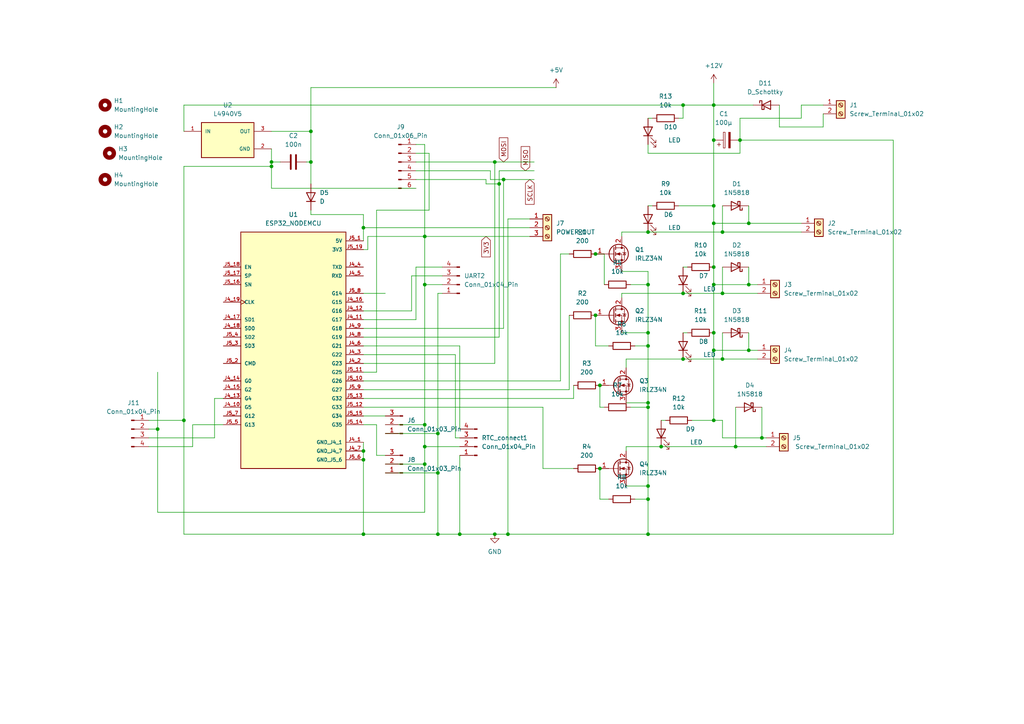
<source format=kicad_sch>
(kicad_sch (version 20231120) (generator "eeschema") (generator_version "8.0")
  (paper "A4")
  (lib_symbols
    (symbol "Connector:Conn_01x03_Pin" (pin_names (offset 1.016) hide)
      (property "Reference" "J" (at 0 5.08 0))
      (property "Value" "Conn_01x03_Pin" (at 0 -5.08 0))
      (symbol "Conn_01x03_Pin_1_1"
        (polyline (pts (xy 1.27 -2.54) (xy 0.8636 -2.54)) (stroke (width 0.1524)))
        (polyline (pts (xy 1.27 0) (xy 0.8636 0)) (stroke (width 0.1524)))
        (polyline (pts (xy 1.27 2.54) (xy 0.8636 2.54)) (stroke (width 0.1524)))
        (rectangle (start 0.8636 -2.413) (end 0 -2.667) (stroke (width 0.1524)) (fill (type outline)))
        (rectangle (start 0.8636 0.127) (end 0 -0.127) (stroke (width 0.1524)) (fill (type outline)))
        (rectangle (start 0.8636 2.667) (end 0 2.413) (stroke (width 0.1524)) (fill (type outline)))
        (pin passive line (at 5.08 2.54 180) (length 3.81) (name "Pin_1") (number "1"))
        (pin passive line (at 5.08 0 180) (length 3.81) (name "Pin_2") (number "2"))
        (pin passive line (at 5.08 -2.54 180) (length 3.81) (name "Pin_3") (number "3"))
      )
    )
    (symbol "Connector:Conn_01x04_Pin" (pin_names (offset 1.016) hide)
      (property "Reference" "J" (at 0 5.08 0))
      (property "Value" "Conn_01x04_Pin" (at 0 -7.62 0))
      (symbol "Conn_01x04_Pin_1_1"
        (polyline (pts (xy 1.27 -5.08) (xy 0.8636 -5.08)) (stroke (width 0.1524)))
        (polyline (pts (xy 1.27 -2.54) (xy 0.8636 -2.54)) (stroke (width 0.1524)))
        (polyline (pts (xy 1.27 0) (xy 0.8636 0)) (stroke (width 0.1524)))
        (polyline (pts (xy 1.27 2.54) (xy 0.8636 2.54)) (stroke (width 0.1524)))
        (rectangle (start 0.8636 -4.953) (end 0 -5.207) (stroke (width 0.1524)) (fill (type outline)))
        (rectangle (start 0.8636 -2.413) (end 0 -2.667) (stroke (width 0.1524)) (fill (type outline)))
        (rectangle (start 0.8636 0.127) (end 0 -0.127) (stroke (width 0.1524)) (fill (type outline)))
        (rectangle (start 0.8636 2.667) (end 0 2.413) (stroke (width 0.1524)) (fill (type outline)))
        (pin passive line (at 5.08 2.54 180) (length 3.81) (name "Pin_1") (number "1"))
        (pin passive line (at 5.08 0 180) (length 3.81) (name "Pin_2") (number "2"))
        (pin passive line (at 5.08 -2.54 180) (length 3.81) (name "Pin_3") (number "3"))
        (pin passive line (at 5.08 -5.08 180) (length 3.81) (name "Pin_4") (number "4"))
      )
    )
    (symbol "Connector:Conn_01x06_Pin" (pin_names (offset 1.016) hide)
      (property "Reference" "J" (at 0 7.62 0))
      (property "Value" "Conn_01x06_Pin" (at 0 -10.16 0))
      (symbol "Conn_01x06_Pin_1_1"
        (polyline (pts (xy 1.27 -7.62) (xy 0.8636 -7.62)) (stroke (width 0.1524)))
        (polyline (pts (xy 1.27 -5.08) (xy 0.8636 -5.08)) (stroke (width 0.1524)))
        (polyline (pts (xy 1.27 -2.54) (xy 0.8636 -2.54)) (stroke (width 0.1524)))
        (polyline (pts (xy 1.27 0) (xy 0.8636 0)) (stroke (width 0.1524)))
        (polyline (pts (xy 1.27 2.54) (xy 0.8636 2.54)) (stroke (width 0.1524)))
        (polyline (pts (xy 1.27 5.08) (xy 0.8636 5.08)) (stroke (width 0.1524)))
        (rectangle (start 0.8636 -7.493) (end 0 -7.747) (stroke (width 0.1524)) (fill (type outline)))
        (rectangle (start 0.8636 -4.953) (end 0 -5.207) (stroke (width 0.1524)) (fill (type outline)))
        (rectangle (start 0.8636 -2.413) (end 0 -2.667) (stroke (width 0.1524)) (fill (type outline)))
        (rectangle (start 0.8636 0.127) (end 0 -0.127) (stroke (width 0.1524)) (fill (type outline)))
        (rectangle (start 0.8636 2.667) (end 0 2.413) (stroke (width 0.1524)) (fill (type outline)))
        (rectangle (start 0.8636 5.207) (end 0 4.953) (stroke (width 0.1524)) (fill (type outline)))
        (pin passive line (at 5.08 5.08 180) (length 3.81) (name "Pin_1") (number "1"))
        (pin passive line (at 5.08 2.54 180) (length 3.81) (name "Pin_2") (number "2"))
        (pin passive line (at 5.08 0 180) (length 3.81) (name "Pin_3") (number "3"))
        (pin passive line (at 5.08 -2.54 180) (length 3.81) (name "Pin_4") (number "4"))
        (pin passive line (at 5.08 -5.08 180) (length 3.81) (name "Pin_5") (number "5"))
        (pin passive line (at 5.08 -7.62 180) (length 3.81) (name "Pin_6") (number "6"))
      )
    )
    (symbol "Connector:Screw_Terminal_01x02" (pin_names (offset 1.016) hide)
      (property "Reference" "J" (at 0 2.54 0))
      (property "Value" "Screw_Terminal_01x02" (at 0 -5.08 0))
      (symbol "Screw_Terminal_01x02_1_1"
        (rectangle (start -1.27 1.27) (end 1.27 -3.81) (stroke (width 0.254)) (fill (type background)))
        (circle (center 0 -2.54) (radius 0.635) (stroke (width 0.1524)))
        (polyline (pts (xy -0.5334 -2.2098) (xy 0.3302 -3.048)) (stroke (width 0.1524)))
        (polyline (pts (xy -0.5334 0.3302) (xy 0.3302 -0.508)) (stroke (width 0.1524)))
        (polyline (pts (xy -0.3556 -2.032) (xy 0.508 -2.8702)) (stroke (width 0.1524)))
        (polyline (pts (xy -0.3556 0.508) (xy 0.508 -0.3302)) (stroke (width 0.1524)))
        (circle (center 0 0) (radius 0.635) (stroke (width 0.1524)))
        (pin passive line (at -5.08 0 0) (length 3.81) (name "Pin_1") (number "1"))
        (pin passive line (at -5.08 -2.54 0) (length 3.81) (name "Pin_2") (number "2"))
      )
    )
    (symbol "Connector:Screw_Terminal_01x03" (pin_names (offset 1.016) hide)
      (property "Reference" "J" (at 0 5.08 0))
      (property "Value" "Screw_Terminal_01x03" (at 0 -5.08 0))
      (symbol "Screw_Terminal_01x03_1_1"
        (rectangle (start -1.27 3.81) (end 1.27 -3.81) (stroke (width 0.254)) (fill (type background)))
        (circle (center 0 -2.54) (radius 0.635) (stroke (width 0.1524)))
        (polyline (pts (xy -0.5334 -2.2098) (xy 0.3302 -3.048)) (stroke (width 0.1524)))
        (polyline (pts (xy -0.5334 0.3302) (xy 0.3302 -0.508)) (stroke (width 0.1524)))
        (polyline (pts (xy -0.5334 2.8702) (xy 0.3302 2.032)) (stroke (width 0.1524)))
        (polyline (pts (xy -0.3556 -2.032) (xy 0.508 -2.8702)) (stroke (width 0.1524)))
        (polyline (pts (xy -0.3556 0.508) (xy 0.508 -0.3302)) (stroke (width 0.1524)))
        (polyline (pts (xy -0.3556 3.048) (xy 0.508 2.2098)) (stroke (width 0.1524)))
        (circle (center 0 0) (radius 0.635) (stroke (width 0.1524)))
        (circle (center 0 2.54) (radius 0.635) (stroke (width 0.1524)))
        (pin passive line (at -5.08 2.54 0) (length 3.81) (name "Pin_1") (number "1"))
        (pin passive line (at -5.08 0 0) (length 3.81) (name "Pin_2") (number "2"))
        (pin passive line (at -5.08 -2.54 0) (length 3.81) (name "Pin_3") (number "3"))
      )
    )
    (symbol "Device:C" (pin_numbers hide) (pin_names (offset 0.254))
      (property "Reference" "C" (at 0.635 2.54 0))
      (property "Value" "C" (at 0.635 -2.54 0))
      (symbol "C_0_1"
        (polyline (pts (xy -2.032 -0.762) (xy 2.032 -0.762)) (stroke (width 0.508)))
        (polyline (pts (xy -2.032 0.762) (xy 2.032 0.762)) (stroke (width 0.508)))
      )
      (symbol "C_1_1"
        (pin passive line (at 0 3.81 270) (length 2.794) (name "~") (number "1"))
        (pin passive line (at 0 -3.81 90) (length 2.794) (name "~") (number "2"))
      )
    )
    (symbol "Device:C_Polarized" (pin_numbers hide) (pin_names (offset 0.254))
      (property "Reference" "C" (at 0.635 2.54 0))
      (property "Value" "C_Polarized" (at 0.635 -2.54 0))
      (symbol "C_Polarized_0_1"
        (rectangle (start -2.286 0.508) (end 2.286 1.016))
        (polyline (pts (xy -1.778 2.286) (xy -0.762 2.286)))
        (polyline (pts (xy -1.27 2.794) (xy -1.27 1.778)))
        (rectangle (start 2.286 -0.508) (end -2.286 -1.016) (fill (type outline)))
      )
      (symbol "C_Polarized_1_1"
        (pin passive line (at 0 3.81 270) (length 2.794) (name "~") (number "1"))
        (pin passive line (at 0 -3.81 90) (length 2.794) (name "~") (number "2"))
      )
    )
    (symbol "Device:D" (pin_numbers hide) (pin_names (offset 1.016) hide)
      (property "Reference" "D" (at 0 2.54 0))
      (property "Value" "D" (at 0 -2.54 0))
      (symbol "D_0_1"
        (polyline (pts (xy -1.27 1.27) (xy -1.27 -1.27)) (stroke (width 0.254)))
        (polyline (pts (xy 1.27 0) (xy -1.27 0)))
        (polyline (pts (xy 1.27 1.27) (xy 1.27 -1.27) (xy -1.27 0) (xy 1.27 1.27)) (stroke (width 0.254)))
      )
      (symbol "D_1_1"
        (pin passive line (at -3.81 0 0) (length 2.54) (name "K") (number "1"))
        (pin passive line (at 3.81 0 180) (length 2.54) (name "A") (number "2"))
      )
    )
    (symbol "Device:D_Schottky" (pin_numbers hide) (pin_names (offset 1.016) hide)
      (property "Reference" "D" (at 0 2.54 0))
      (property "Value" "D_Schottky" (at 0 -2.54 0))
      (symbol "D_Schottky_0_1"
        (polyline (pts (xy 1.27 0) (xy -1.27 0)))
        (polyline (pts (xy 1.27 1.27) (xy 1.27 -1.27) (xy -1.27 0) (xy 1.27 1.27)) (stroke (width 0.254)))
        (polyline (pts (xy -1.905 0.635) (xy -1.905 1.27) (xy -1.27 1.27) (xy -1.27 -1.27) (xy -0.635 -1.27) (xy -0.635 -0.635)) (stroke (width 0.254)))
      )
      (symbol "D_Schottky_1_1"
        (pin passive line (at -3.81 0 0) (length 2.54) (name "K") (number "1"))
        (pin passive line (at 3.81 0 180) (length 2.54) (name "A") (number "2"))
      )
    )
    (symbol "Device:LED" (pin_numbers hide) (pin_names (offset 1.016) hide)
      (property "Reference" "D" (at 0 2.54 0))
      (property "Value" "LED" (at 0 -2.54 0))
      (symbol "LED_0_1"
        (polyline (pts (xy -1.27 -1.27) (xy -1.27 1.27)) (stroke (width 0.254)))
        (polyline (pts (xy -1.27 0) (xy 1.27 0)))
        (polyline (pts (xy 1.27 -1.27) (xy 1.27 1.27) (xy -1.27 0) (xy 1.27 -1.27)) (stroke (width 0.254)))
        (polyline (pts (xy -3.048 -0.762) (xy -4.572 -2.286) (xy -3.81 -2.286) (xy -4.572 -2.286) (xy -4.572 -1.524)))
        (polyline (pts (xy -1.778 -0.762) (xy -3.302 -2.286) (xy -2.54 -2.286) (xy -3.302 -2.286) (xy -3.302 -1.524)))
      )
      (symbol "LED_1_1"
        (pin passive line (at -3.81 0 0) (length 2.54) (name "K") (number "1"))
        (pin passive line (at 3.81 0 180) (length 2.54) (name "A") (number "2"))
      )
    )
    (symbol "Device:R" (pin_numbers hide) (pin_names (offset 0))
      (property "Reference" "R" (at 2.032 0 90))
      (property "Value" "R" (at 0 0 90))
      (symbol "R_0_1"
        (rectangle (start -1.016 -2.54) (end 1.016 2.54) (stroke (width 0.254)))
      )
      (symbol "R_1_1"
        (pin passive line (at 0 3.81 270) (length 1.27) (name "~") (number "1"))
        (pin passive line (at 0 -3.81 90) (length 1.27) (name "~") (number "2"))
      )
    )
    (symbol "Diode:1N5818" (pin_numbers hide) (pin_names (offset 1.016) hide)
      (property "Reference" "D" (at 0 2.54 0))
      (property "Value" "1N5818" (at 0 -2.54 0))
      (symbol "1N5818_0_1"
        (polyline (pts (xy 1.27 0) (xy -1.27 0)))
        (polyline (pts (xy 1.27 1.27) (xy 1.27 -1.27) (xy -1.27 0) (xy 1.27 1.27)) (stroke (width 0.254)))
        (polyline (pts (xy -1.905 0.635) (xy -1.905 1.27) (xy -1.27 1.27) (xy -1.27 -1.27) (xy -0.635 -1.27) (xy -0.635 -0.635)) (stroke (width 0.254)))
      )
      (symbol "1N5818_1_1"
        (pin passive line (at -3.81 0 0) (length 2.54) (name "K") (number "1"))
        (pin passive line (at 3.81 0 180) (length 2.54) (name "A") (number "2"))
      )
    )
    (symbol "ESP32_NODEMCU:ESP32_NODEMCU" (pin_names (offset 1.016))
      (property "Reference" "U" (at -15.24 36.322 0))
      (property "Value" "ESP32_NODEMCU" (at -15.24 -35.56 0))
      (symbol "ESP32_NODEMCU_0_0"
        (rectangle (start -15.24 -33.02) (end 15.24 35.56) (stroke (width 0.254)) (fill (type background)))
        (pin power_in line (at 20.32 -25.4 180) (length 5.08) (name "GND_J4_1") (number "J4_1"))
        (pin bidirectional line (at -20.32 -15.24 0) (length 5.08) (name "G5") (number "J4_10"))
        (pin bidirectional line (at 20.32 10.16 180) (length 5.08) (name "G17") (number "J4_11"))
        (pin bidirectional line (at 20.32 12.7 180) (length 5.08) (name "G16") (number "J4_12"))
        (pin bidirectional line (at -20.32 -12.7 0) (length 5.08) (name "G4") (number "J4_13"))
        (pin bidirectional line (at -20.32 -7.62 0) (length 5.08) (name "G0") (number "J4_14"))
        (pin bidirectional line (at -20.32 -10.16 0) (length 5.08) (name "G2") (number "J4_15"))
        (pin bidirectional line (at 20.32 15.24 180) (length 5.08) (name "G15") (number "J4_16"))
        (pin bidirectional line (at -20.32 10.16 0) (length 5.08) (name "SD1") (number "J4_17"))
        (pin bidirectional line (at -20.32 7.62 0) (length 5.08) (name "SD0") (number "J4_18"))
        (pin input clock (at -20.32 15.24 0) (length 5.08) (name "CLK") (number "J4_19"))
        (pin bidirectional line (at 20.32 -2.54 180) (length 5.08) (name "G23") (number "J4_2"))
        (pin bidirectional line (at 20.32 0 180) (length 5.08) (name "G22") (number "J4_3"))
        (pin output line (at 20.32 25.4 180) (length 5.08) (name "TXD") (number "J4_4"))
        (pin input line (at 20.32 22.86 180) (length 5.08) (name "RXD") (number "J4_5"))
        (pin bidirectional line (at 20.32 2.54 180) (length 5.08) (name "G21") (number "J4_6"))
        (pin power_in line (at 20.32 -27.94 180) (length 5.08) (name "GND_J4_7") (number "J4_7"))
        (pin bidirectional line (at 20.32 5.08 180) (length 5.08) (name "G19") (number "J4_8"))
        (pin bidirectional line (at 20.32 7.62 180) (length 5.08) (name "G18") (number "J4_9"))
        (pin power_in line (at 20.32 33.02 180) (length 5.08) (name "5V") (number "J5_1"))
        (pin bidirectional line (at 20.32 -7.62 180) (length 5.08) (name "G26") (number "J5_10"))
        (pin bidirectional line (at 20.32 -5.08 180) (length 5.08) (name "G25") (number "J5_11"))
        (pin bidirectional line (at 20.32 -15.24 180) (length 5.08) (name "G33") (number "J5_12"))
        (pin bidirectional line (at 20.32 -12.7 180) (length 5.08) (name "G32") (number "J5_13"))
        (pin bidirectional line (at 20.32 -20.32 180) (length 5.08) (name "G35") (number "J5_14"))
        (pin bidirectional line (at 20.32 -17.78 180) (length 5.08) (name "G34") (number "J5_15"))
        (pin input line (at -20.32 20.32 0) (length 5.08) (name "SN") (number "J5_16"))
        (pin input line (at -20.32 22.86 0) (length 5.08) (name "SP") (number "J5_17"))
        (pin input line (at -20.32 25.4 0) (length 5.08) (name "EN") (number "J5_18"))
        (pin power_in line (at 20.32 30.48 180) (length 5.08) (name "3V3") (number "J5_19"))
        (pin bidirectional line (at -20.32 -2.54 0) (length 5.08) (name "CMD") (number "J5_2"))
        (pin bidirectional line (at -20.32 2.54 0) (length 5.08) (name "SD3") (number "J5_3"))
        (pin bidirectional line (at -20.32 5.08 0) (length 5.08) (name "SD2") (number "J5_4"))
        (pin bidirectional line (at -20.32 -20.32 0) (length 5.08) (name "G13") (number "J5_5"))
        (pin power_in line (at 20.32 -30.48 180) (length 5.08) (name "GND_J5_6") (number "J5_6"))
        (pin bidirectional line (at -20.32 -17.78 0) (length 5.08) (name "G12") (number "J5_7"))
        (pin bidirectional line (at 20.32 17.78 180) (length 5.08) (name "G14") (number "J5_8"))
        (pin bidirectional line (at 20.32 -10.16 180) (length 5.08) (name "G27") (number "J5_9"))
      )
    )
    (symbol "L4940V5:L4940V5" (pin_names (offset 1.016))
      (property "Reference" "U" (at -7.62 6.35 0))
      (property "Value" "L4940V5" (at -7.62 -7.62 0))
      (symbol "L4940V5_0_0"
        (rectangle (start -7.62 -5.08) (end 7.62 5.08) (stroke (width 0.254)) (fill (type background)))
        (pin input line (at -12.7 2.54 0) (length 5.08) (name "IN") (number "1"))
        (pin power_in line (at 12.7 -2.54 180) (length 5.08) (name "GND") (number "2"))
        (pin output line (at 12.7 2.54 180) (length 5.08) (name "OUT") (number "3"))
      )
    )
    (symbol "Mechanical:MountingHole" (pin_names (offset 1.016)) (exclude_from_sim yes) (in_bom no)
      (property "Reference" "H" (at 0 5.08 0))
      (property "Value" "MountingHole" (at 0 3.175 0))
      (symbol "MountingHole_0_1"
        (circle (center 0 0) (radius 1.27) (stroke (width 1.27)))
      )
    )
    (symbol "Transistor_FET:IRLZ34N" (pin_names hide)
      (property "Reference" "Q" (at 5.08 1.905 0))
      (property "Value" "IRLZ34N" (at 5.08 0 0))
      (symbol "IRLZ34N_0_1"
        (polyline (pts (xy 0.254 0) (xy -2.54 0)))
        (polyline (pts (xy 0.254 1.905) (xy 0.254 -1.905)) (stroke (width 0.254)))
        (polyline (pts (xy 0.762 -1.27) (xy 0.762 -2.286)) (stroke (width 0.254)))
        (polyline (pts (xy 0.762 0.508) (xy 0.762 -0.508)) (stroke (width 0.254)))
        (polyline (pts (xy 0.762 2.286) (xy 0.762 1.27)) (stroke (width 0.254)))
        (polyline (pts (xy 2.54 2.54) (xy 2.54 1.778)))
        (polyline (pts (xy 2.54 -2.54) (xy 2.54 0) (xy 0.762 0)))
        (polyline (pts (xy 0.762 -1.778) (xy 3.302 -1.778) (xy 3.302 1.778) (xy 0.762 1.778)))
        (polyline (pts (xy 1.016 0) (xy 2.032 0.381) (xy 2.032 -0.381) (xy 1.016 0)) (fill (type outline)))
        (polyline (pts (xy 2.794 0.508) (xy 2.921 0.381) (xy 3.683 0.381) (xy 3.81 0.254)))
        (polyline (pts (xy 3.302 0.381) (xy 2.921 -0.254) (xy 3.683 -0.254) (xy 3.302 0.381)))
        (circle (center 1.651 0) (radius 2.794) (stroke (width 0.254)))
        (circle (center 2.54 -1.778) (radius 0.254) (fill (type outline)))
        (circle (center 2.54 1.778) (radius 0.254) (fill (type outline)))
      )
      (symbol "IRLZ34N_1_1"
        (pin input line (at -5.08 0 0) (length 2.54) (name "G") (number "1"))
        (pin passive line (at 2.54 5.08 270) (length 2.54) (name "D") (number "2"))
        (pin passive line (at 2.54 -5.08 90) (length 2.54) (name "S") (number "3"))
      )
    )
    (symbol "power:+12V" (power) (pin_numbers hide) (pin_names (offset 0) hide)
      (property "Value" "+12V" (at 0 3.556 0))
      (symbol "+12V_0_1"
        (polyline (pts (xy -0.762 1.27) (xy 0 2.54)))
        (polyline (pts (xy 0 0) (xy 0 2.54)))
        (polyline (pts (xy 0 2.54) (xy 0.762 1.27)))
      )
      (symbol "+12V_1_1"
        (pin power_in line (at 0 0 90) (length 0) (name "~") (number "1"))
      )
    )
    (symbol "power:+5V" (power) (pin_numbers hide) (pin_names (offset 0) hide)
      (property "Value" "+5V" (at 0 3.556 0))
      (symbol "+5V_0_1"
        (polyline (pts (xy -0.762 1.27) (xy 0 2.54)))
        (polyline (pts (xy 0 0) (xy 0 2.54)))
        (polyline (pts (xy 0 2.54) (xy 0.762 1.27)))
      )
      (symbol "+5V_1_1"
        (pin power_in line (at 0 0 90) (length 0) (name "~") (number "1"))
      )
    )
    (symbol "power:GND" (power) (pin_numbers hide) (pin_names (offset 0) hide)
      (property "Value" "GND" (at 0 -3.81 0))
      (symbol "GND_0_1"
        (polyline (pts (xy 0 0) (xy 0 -1.27) (xy 1.27 -1.27) (xy 0 -2.54) (xy -1.27 -1.27) (xy 0 -1.27)))
      )
      (symbol "GND_1_1"
        (pin power_in line (at 0 0 270) (length 0) (name "~") (number "1"))
      )
    )
  )
  (junction (at 173.99 135.89))
  (junction (at 207.01 59.69))
  (junction (at 187.96 100.33))
  (junction (at 105.41 133.35))
  (junction (at 147.32 154.94))
  (junction (at 187.96 67.31))
  (junction (at 207.01 101.6))
  (junction (at 207.01 121.92))
  (junction (at 207.01 40.64))
  (junction (at 123.19 68.58))
  (junction (at 127 154.94))
  (junction (at 207.01 77.47))
  (junction (at 133.35 154.94))
  (junction (at 187.96 154.94))
  (junction (at 209.55 85.09))
  (junction (at 105.41 154.94))
  (junction (at 45.72 124.46))
  (junction (at 90.17 46.99))
  (junction (at 187.96 144.78))
  (junction (at 187.96 82.55))
  (junction (at 214.63 40.64))
  (junction (at 143.51 46.99))
  (junction (at 213.36 129.54))
  (junction (at 53.34 121.92))
  (junction (at 78.74 48.26))
  (junction (at 172.72 73.66))
  (junction (at 198.12 30.48))
  (junction (at 123.19 129.54))
  (junction (at 143.51 154.94))
  (junction (at 209.55 104.14))
  (junction (at 173.99 111.76))
  (junction (at 123.19 123.19))
  (junction (at 217.17 101.6))
  (junction (at 191.77 129.54))
  (junction (at 217.17 82.55))
  (junction (at 187.96 96.52))
  (junction (at 78.74 46.99))
  (junction (at 187.96 140.97))
  (junction (at 207.01 96.52))
  (junction (at 146.05 52.07))
  (junction (at 220.98 127))
  (junction (at 123.19 82.55))
  (junction (at 217.17 64.77))
  (junction (at 127 125.73))
  (junction (at 207.01 30.48))
  (junction (at 172.72 91.44))
  (junction (at 209.55 67.31))
  (junction (at 105.41 66.04))
  (junction (at 198.12 85.09))
  (junction (at 123.19 134.62))
  (junction (at 207.01 64.77))
  (junction (at 207.01 82.55))
  (junction (at 198.12 104.14))
  (junction (at 187.96 118.11))
  (junction (at 105.41 130.81))
  (junction (at 187.96 116.84))
  (junction (at 90.17 38.1))
  (junction (at 127 137.16))
  (junction (at 144.78 53.34))
  (wire (pts (xy 187.96 154.94) (xy 147.32 154.94)))
  (wire (pts (xy 90.17 38.1) (xy 90.17 25.4)))
  (wire (pts (xy 146.05 52.07) (xy 142.24 52.07)))
  (wire (pts (xy 162.56 73.66) (xy 165.1 73.66)))
  (wire (pts (xy 162.56 73.66) (xy 162.56 110.49)))
  (wire (pts (xy 78.74 46.99) (xy 81.28 46.99)))
  (wire (pts (xy 128.27 85.09) (xy 127 85.09)))
  (wire (pts (xy 120.65 46.99) (xy 143.51 46.99)))
  (wire (pts (xy 78.74 38.1) (xy 90.17 38.1)))
  (wire (pts (xy 209.55 121.92) (xy 207.01 121.92)))
  (wire (pts (xy 111.76 125.73) (xy 127 125.73)))
  (wire (pts (xy 217.17 59.69) (xy 217.17 64.77)))
  (wire (pts (xy 209.55 96.52) (xy 209.55 104.14)))
  (wire (pts (xy 105.41 123.19) (xy 109.22 123.19)))
  (wire (pts (xy 182.88 82.55) (xy 187.96 82.55)))
  (wire (pts (xy 144.78 53.34) (xy 144.78 49.53)))
  (wire (pts (xy 209.55 67.31) (xy 232.41 67.31)))
  (wire (pts (xy 189.23 34.29) (xy 187.96 34.29)))
  (wire (pts (xy 119.38 80.01) (xy 128.27 80.01)))
  (wire (pts (xy 214.63 34.29) (xy 232.41 34.29)))
  (wire (pts (xy 207.01 64.77) (xy 217.17 64.77)))
  (wire (pts (xy 165.1 113.03) (xy 165.1 91.44)))
  (wire (pts (xy 219.71 104.14) (xy 209.55 104.14)))
  (wire (pts (xy 140.97 53.34) (xy 140.97 52.07)))
  (wire (pts (xy 120.65 77.47) (xy 120.65 92.71)))
  (wire (pts (xy 198.12 96.52) (xy 199.39 96.52)))
  (wire (pts (xy 45.72 107.95) (xy 45.72 124.46)))
  (wire (pts (xy 207.01 30.48) (xy 207.01 24.13)))
  (wire (pts (xy 43.18 121.92) (xy 53.34 121.92)))
  (wire (pts (xy 132.08 102.87) (xy 105.41 102.87)))
  (wire (pts (xy 132.08 127) (xy 132.08 102.87)))
  (wire (pts (xy 180.34 85.09) (xy 180.34 86.36)))
  (wire (pts (xy 53.34 121.92) (xy 53.34 154.94)))
  (wire (pts (xy 207.01 30.48) (xy 218.44 30.48)))
  (wire (pts (xy 214.63 44.45) (xy 214.63 40.64)))
  (wire (pts (xy 144.78 97.79) (xy 144.78 53.34)))
  (wire (pts (xy 187.96 41.91) (xy 187.96 44.45)))
  (wire (pts (xy 123.19 41.91) (xy 123.19 68.58)))
  (wire (pts (xy 180.34 78.74) (xy 187.96 78.74)))
  (wire (pts (xy 133.35 127) (xy 132.08 127)))
  (wire (pts (xy 106.68 68.58) (xy 123.19 68.58)))
  (wire (pts (xy 187.96 118.11) (xy 187.96 140.97)))
  (wire (pts (xy 207.01 59.69) (xy 207.01 64.77)))
  (wire (pts (xy 109.22 60.96) (xy 109.22 107.95)))
  (wire (pts (xy 55.88 129.54) (xy 43.18 129.54)))
  (wire (pts (xy 217.17 77.47) (xy 217.17 82.55)))
  (wire (pts (xy 198.12 85.09) (xy 180.34 85.09)))
  (wire (pts (xy 105.41 62.23) (xy 90.17 62.23)))
  (wire (pts (xy 105.41 154.94) (xy 127 154.94)))
  (wire (pts (xy 123.19 123.19) (xy 123.19 129.54)))
  (wire (pts (xy 106.68 72.39) (xy 105.41 72.39)))
  (wire (pts (xy 105.41 95.25) (xy 146.05 95.25)))
  (wire (pts (xy 172.72 100.33) (xy 172.72 91.44)))
  (wire (pts (xy 180.34 96.52) (xy 187.96 96.52)))
  (wire (pts (xy 105.41 113.03) (xy 165.1 113.03)))
  (wire (pts (xy 105.41 115.57) (xy 166.37 115.57)))
  (wire (pts (xy 209.55 59.69) (xy 209.55 67.31)))
  (wire (pts (xy 111.76 85.09) (xy 105.41 85.09)))
  (wire (pts (xy 198.12 104.14) (xy 181.61 104.14)))
  (wire (pts (xy 90.17 53.34) (xy 90.17 46.99)))
  (wire (pts (xy 133.35 124.46) (xy 133.35 100.33)))
  (wire (pts (xy 175.26 82.55) (xy 175.26 73.66)))
  (wire (pts (xy 105.41 92.71) (xy 120.65 92.71)))
  (wire (pts (xy 106.68 68.58) (xy 106.68 72.39)))
  (wire (pts (xy 180.34 67.31) (xy 187.96 67.31)))
  (wire (pts (xy 90.17 25.4) (xy 161.29 25.4)))
  (wire (pts (xy 187.96 100.33) (xy 187.96 116.84)))
  (wire (pts (xy 172.72 73.66) (xy 175.26 73.66)))
  (wire (pts (xy 45.72 124.46) (xy 45.72 148.59)))
  (wire (pts (xy 209.55 104.14) (xy 198.12 104.14)))
  (wire (pts (xy 220.98 127) (xy 222.25 127)))
  (wire (pts (xy 166.37 115.57) (xy 166.37 111.76)))
  (wire (pts (xy 226.06 36.83) (xy 238.76 36.83)))
  (wire (pts (xy 105.41 128.27) (xy 105.41 130.81)))
  (wire (pts (xy 88.9 46.99) (xy 90.17 46.99)))
  (wire (pts (xy 213.36 118.11) (xy 213.36 129.54)))
  (wire (pts (xy 181.61 104.14) (xy 181.61 106.68)))
  (wire (pts (xy 105.41 110.49) (xy 162.56 110.49)))
  (wire (pts (xy 219.71 85.09) (xy 209.55 85.09)))
  (wire (pts (xy 105.41 97.79) (xy 144.78 97.79)))
  (wire (pts (xy 187.96 144.78) (xy 187.96 154.94)))
  (wire (pts (xy 198.12 34.29) (xy 198.12 30.48)))
  (wire (pts (xy 207.01 101.6) (xy 207.01 121.92)))
  (wire (pts (xy 207.01 82.55) (xy 217.17 82.55)))
  (wire (pts (xy 146.05 95.25) (xy 146.05 52.07)))
  (wire (pts (xy 207.01 121.92) (xy 200.66 121.92)))
  (wire (pts (xy 181.61 140.97) (xy 187.96 140.97)))
  (wire (pts (xy 191.77 129.54) (xy 181.61 129.54)))
  (wire (pts (xy 187.96 116.84) (xy 187.96 118.11)))
  (wire (pts (xy 43.18 127) (xy 62.23 127)))
  (wire (pts (xy 176.53 100.33) (xy 172.72 100.33)))
  (wire (pts (xy 90.17 62.23) (xy 90.17 60.96)))
  (wire (pts (xy 196.85 59.69) (xy 207.01 59.69)))
  (wire (pts (xy 78.74 48.26) (xy 78.74 54.61)))
  (wire (pts (xy 217.17 96.52) (xy 217.17 101.6)))
  (wire (pts (xy 111.76 134.62) (xy 123.19 134.62)))
  (wire (pts (xy 191.77 121.92) (xy 193.04 121.92)))
  (wire (pts (xy 53.34 48.26) (xy 78.74 48.26)))
  (wire (pts (xy 207.01 96.52) (xy 207.01 82.55)))
  (wire (pts (xy 207.01 30.48) (xy 198.12 30.48)))
  (wire (pts (xy 209.55 77.47) (xy 209.55 85.09)))
  (wire (pts (xy 187.96 140.97) (xy 187.96 144.78)))
  (wire (pts (xy 184.15 144.78) (xy 187.96 144.78)))
  (wire (pts (xy 143.51 46.99) (xy 143.51 105.41)))
  (wire (pts (xy 259.08 154.94) (xy 187.96 154.94)))
  (wire (pts (xy 187.96 44.45) (xy 214.63 44.45)))
  (wire (pts (xy 153.67 63.5) (xy 147.32 63.5)))
  (wire (pts (xy 133.35 100.33) (xy 105.41 100.33)))
  (wire (pts (xy 140.97 52.07) (xy 120.65 52.07)))
  (wire (pts (xy 144.78 49.53) (xy 154.94 49.53)))
  (wire (pts (xy 127 154.94) (xy 133.35 154.94)))
  (wire (pts (xy 173.99 135.89) (xy 173.99 144.78)))
  (wire (pts (xy 187.96 82.55) (xy 187.96 96.52)))
  (wire (pts (xy 232.41 30.48) (xy 238.76 30.48)))
  (wire (pts (xy 133.35 154.94) (xy 143.51 154.94)))
  (wire (pts (xy 43.18 124.46) (xy 45.72 124.46)))
  (wire (pts (xy 191.77 129.54) (xy 213.36 129.54)))
  (wire (pts (xy 142.24 52.07) (xy 142.24 49.53)))
  (wire (pts (xy 189.23 59.69) (xy 187.96 59.69)))
  (wire (pts (xy 238.76 33.02) (xy 238.76 36.83)))
  (wire (pts (xy 146.05 52.07) (xy 154.94 52.07)))
  (wire (pts (xy 232.41 34.29) (xy 232.41 30.48)))
  (wire (pts (xy 53.34 48.26) (xy 53.34 121.92)))
  (wire (pts (xy 207.01 101.6) (xy 207.01 96.52)))
  (wire (pts (xy 220.98 118.11) (xy 220.98 127)))
  (wire (pts (xy 78.74 43.18) (xy 78.74 46.99)))
  (wire (pts (xy 105.41 69.85) (xy 105.41 66.04)))
  (wire (pts (xy 105.41 105.41) (xy 143.51 105.41)))
  (wire (pts (xy 182.88 118.11) (xy 187.96 118.11)))
  (wire (pts (xy 123.19 134.62) (xy 123.19 129.54)))
  (wire (pts (xy 217.17 64.77) (xy 232.41 64.77)))
  (wire (pts (xy 187.96 96.52) (xy 187.96 100.33)))
  (wire (pts (xy 196.85 34.29) (xy 198.12 34.29)))
  (wire (pts (xy 105.41 133.35) (xy 105.41 154.94)))
  (wire (pts (xy 207.01 30.48) (xy 207.01 40.64)))
  (wire (pts (xy 157.48 118.11) (xy 157.48 135.89)))
  (wire (pts (xy 209.55 127) (xy 220.98 127)))
  (wire (pts (xy 181.61 116.84) (xy 187.96 116.84)))
  (wire (pts (xy 127 85.09) (xy 127 125.73)))
  (wire (pts (xy 120.65 54.61) (xy 78.74 54.61)))
  (wire (pts (xy 127 125.73) (xy 127 137.16)))
  (wire (pts (xy 55.88 123.19) (xy 64.77 123.19)))
  (wire (pts (xy 119.38 80.01) (xy 119.38 90.17)))
  (wire (pts (xy 198.12 77.47) (xy 199.39 77.47)))
  (wire (pts (xy 184.15 100.33) (xy 187.96 100.33)))
  (wire (pts (xy 123.19 82.55) (xy 123.19 68.58)))
  (wire (pts (xy 133.35 129.54) (xy 123.19 129.54)))
  (wire (pts (xy 55.88 123.19) (xy 55.88 129.54)))
  (wire (pts (xy 173.99 111.76) (xy 173.99 118.11)))
  (wire (pts (xy 124.46 60.96) (xy 109.22 60.96)))
  (wire (pts (xy 173.99 144.78) (xy 176.53 144.78)))
  (wire (pts (xy 209.55 85.09) (xy 198.12 85.09)))
  (wire (pts (xy 90.17 46.99) (xy 90.17 38.1)))
  (wire (pts (xy 209.55 121.92) (xy 209.55 127)))
  (wire (pts (xy 45.72 148.59) (xy 123.19 148.59)))
  (wire (pts (xy 105.41 90.17) (xy 119.38 90.17)))
  (wire (pts (xy 123.19 148.59) (xy 123.19 134.62)))
  (wire (pts (xy 105.41 120.65) (xy 111.76 120.65)))
  (wire (pts (xy 120.65 77.47) (xy 128.27 77.47)))
  (wire (pts (xy 124.46 44.45) (xy 124.46 60.96)))
  (wire (pts (xy 144.78 53.34) (xy 140.97 53.34)))
  (wire (pts (xy 207.01 101.6) (xy 217.17 101.6)))
  (wire (pts (xy 53.34 154.94) (xy 105.41 154.94)))
  (wire (pts (xy 105.41 118.11) (xy 157.48 118.11)))
  (wire (pts (xy 187.96 78.74) (xy 187.96 82.55)))
  (wire (pts (xy 109.22 107.95) (xy 105.41 107.95)))
  (wire (pts (xy 143.51 46.99) (xy 154.94 46.99)))
  (wire (pts (xy 53.34 30.48) (xy 53.34 38.1)))
  (wire (pts (xy 207.01 77.47) (xy 207.01 82.55)))
  (wire (pts (xy 120.65 41.91) (xy 123.19 41.91)))
  (wire (pts (xy 111.76 137.16) (xy 127 137.16)))
  (wire (pts (xy 214.63 40.64) (xy 259.08 40.64)))
  (wire (pts (xy 157.48 135.89) (xy 166.37 135.89)))
  (wire (pts (xy 123.19 123.19) (xy 111.76 123.19)))
  (wire (pts (xy 173.99 118.11) (xy 175.26 118.11)))
  (wire (pts (xy 127 137.16) (xy 127 154.94)))
  (wire (pts (xy 123.19 123.19) (xy 123.19 82.55)))
  (wire (pts (xy 226.06 30.48) (xy 226.06 36.83)))
  (wire (pts (xy 64.77 115.57) (xy 62.23 115.57)))
  (wire (pts (xy 207.01 40.64) (xy 207.01 59.69)))
  (wire (pts (xy 187.96 67.31) (xy 209.55 67.31)))
  (wire (pts (xy 78.74 46.99) (xy 78.74 48.26)))
  (wire (pts (xy 133.35 132.08) (xy 133.35 154.94)))
  (wire (pts (xy 180.34 68.58) (xy 180.34 67.31)))
  (wire (pts (xy 123.19 82.55) (xy 128.27 82.55)))
  (wire (pts (xy 124.46 44.45) (xy 120.65 44.45)))
  (wire (pts (xy 214.63 34.29) (xy 214.63 40.64)))
  (wire (pts (xy 198.12 30.48) (xy 53.34 30.48)))
  (wire (pts (xy 142.24 49.53) (xy 120.65 49.53)))
  (wire (pts (xy 109.22 132.08) (xy 111.76 132.08)))
  (wire (pts (xy 147.32 63.5) (xy 147.32 154.94)))
  (wire (pts (xy 105.41 66.04) (xy 105.41 62.23)))
  (wire (pts (xy 123.19 68.58) (xy 153.67 68.58)))
  (wire (pts (xy 181.61 129.54) (xy 181.61 130.81)))
  (wire (pts (xy 109.22 123.19) (xy 109.22 132.08)))
  (wire (pts (xy 259.08 40.64) (xy 259.08 154.94)))
  (wire (pts (xy 213.36 129.54) (xy 222.25 129.54)))
  (wire (pts (xy 207.01 64.77) (xy 207.01 77.47)))
  (wire (pts (xy 147.32 154.94) (xy 143.51 154.94)))
  (wire (pts (xy 105.41 130.81) (xy 105.41 133.35)))
  (wire (pts (xy 62.23 115.57) (xy 62.23 127)))
  (wire (pts (xy 105.41 66.04) (xy 153.67 66.04)))
  (wire (pts (xy 217.17 101.6) (xy 219.71 101.6)))
  (wire (pts (xy 217.17 82.55) (xy 219.71 82.55)))
  (global_label "3V3" (shape input) (at 140.97 68.58 270) (property "Intersheetrefs" "${INTERSHEET_REFS}" (effects (hide yes))))
  (global_label "MISO" (shape input) (at 152.4 49.53 90) (property "Intersheetrefs" "${INTERSHEET_REFS}" (effects (hide yes))))
  (global_label "SCLK" (shape input) (at 153.67 52.07 270) (property "Intersheetrefs" "${INTERSHEET_REFS}" (effects (hide yes))))
  (global_label "MOSI" (shape input) (at 146.05 46.99 90) (property "Intersheetrefs" "${INTERSHEET_REFS}" (effects (hide yes))))
  (symbol (lib_id "Device:R") (at 168.91 73.66 90) (unit 1)
    (property "Reference" "R1" (at 168.91 67.31 90))
    (property "Value" "200" (at 168.91 69.85 90))
    (property "Footprint" "Resistor_THT:R_Axial_DIN0207_L6.3mm_D2.5mm_P10.16mm_Horizontal" (effects (hide yes)))
    (property "Description" "Resistor" (effects (hide yes)))
  )
  (symbol (lib_id "Connector:Conn_01x04_Pin") (at 38.1 124.46 0) (unit 1)
    (property "Reference" "J11" (at 38.735 116.84 0))
    (property "Value" "Conn_01x04_Pin" (at 38.735 119.38 0))
    (property "Footprint" "Connector_JST:JST_XA_B04B-XASK-1_1x04_P2.50mm_Vertical" (effects (hide yes)))
    (property "Description" "Generic connector, single row, 01x04, script generated" (effects (hide yes)))
  )
  (symbol (lib_id "Device:LED") (at 198.12 100.33 90) (unit 1)
    (property "Reference" "D8" (at 202.692 99.06 90) (effects (justify right)))
    (property "Value" "LED" (at 203.962 102.87 90) (effects (justify right)))
    (property "Footprint" "LED_THT:LED_D3.0mm" (effects (hide yes)))
    (property "Description" "Light emitting diode" (effects (hide yes)))
  )
  (symbol (lib_id "Device:R") (at 179.07 82.55 90) (unit 1)
    (property "Reference" "R5" (at 179.07 76.2 90))
    (property "Value" "10k" (at 179.07 78.74 90))
    (property "Footprint" "Resistor_THT:R_Axial_DIN0207_L6.3mm_D2.5mm_P10.16mm_Horizontal" (effects (hide yes)))
    (property "Description" "Resistor" (effects (hide yes)))
  )
  (symbol (lib_id "Device:C_Polarized") (at 210.82 40.64 90) (unit 1)
    (property "Reference" "C1" (at 209.931 33.02 90))
    (property "Value" "100µ" (at 209.931 35.56 90))
    (property "Footprint" "Capacitor_THT:CP_Radial_D8.0mm_P2.50mm" (effects (hide yes)))
    (property "Description" "Polarized capacitor" (effects (hide yes)))
  )
  (symbol (lib_id "Transistor_FET:IRLZ34N") (at 177.8 91.44 0) (unit 1)
    (property "Reference" "Q2" (at 184.15 90.1699 0) (effects (justify left)))
    (property "Value" "IRLZ34N" (at 184.15 92.7099 0) (effects (justify left)))
    (property "Footprint" "Package_TO_SOT_THT:TO-220-3_Vertical" (effects (hide yes)))
    (property "Datasheet" "http://www.infineon.com/dgdl/irlz34npbf.pdf?fileId=5546d462533600a40153567206892720" (effects (hide yes)))
    (property "Description" "30A Id, 55V Vds, 35mOhm Rds, N-Channel HEXFET Power MOSFET, TO-220AB" (effects (hide yes)))
  )
  (symbol (lib_id "Device:LED") (at 191.77 125.73 90) (unit 1)
    (property "Reference" "D9" (at 198.882 124.46 90) (effects (justify right)))
    (property "Value" "LED" (at 200.152 128.27 90) (effects (justify right)))
    (property "Footprint" "LED_THT:LED_D3.0mm" (effects (hide yes)))
    (property "Description" "Light emitting diode" (effects (hide yes)))
  )
  (symbol (lib_id "Mechanical:MountingHole") (at 31.75 44.45 0) (unit 1) (exclude_from_sim yes) (in_bom no)
    (property "Reference" "H3" (at 34.29 43.1799 0) (effects (justify left)))
    (property "Value" "MountingHole" (at 34.29 45.7199 0) (effects (justify left)))
    (property "Footprint" "MountingHole:MountingHole_3.2mm_M3_ISO14580_Pad" (effects (hide yes)))
    (property "Description" "Mounting Hole without connection" (effects (hide yes)))
  )
  (symbol (lib_id "Mechanical:MountingHole") (at 30.48 52.07 0) (unit 1) (exclude_from_sim yes) (in_bom no)
    (property "Reference" "H4" (at 33.02 50.7999 0) (effects (justify left)))
    (property "Value" "MountingHole" (at 33.02 53.3399 0) (effects (justify left)))
    (property "Footprint" "MountingHole:MountingHole_3.2mm_M3_ISO14580_Pad" (effects (hide yes)))
    (property "Description" "Mounting Hole without connection" (effects (hide yes)))
  )
  (symbol (lib_id "Device:R") (at 196.85 121.92 90) (unit 1)
    (property "Reference" "R12" (at 196.85 115.57 90))
    (property "Value" "10k" (at 196.85 118.11 90))
    (property "Footprint" "Resistor_THT:R_Axial_DIN0207_L6.3mm_D2.5mm_P10.16mm_Horizontal" (effects (hide yes)))
    (property "Description" "Resistor" (effects (hide yes)))
  )
  (symbol (lib_id "power:GND") (at 143.51 154.94 0) (unit 1)
    (property "Reference" "#PWR02" (effects (hide yes)))
    (property "Value" "GND" (at 143.51 160.02 0))
    (property "Description" "Power symbol creates a global label with name \"GND\" , ground" (effects (hide yes)))
  )
  (symbol (lib_id "Device:LED") (at 187.96 63.5 90) (unit 1)
    (property "Reference" "D6" (at 192.532 62.23 90) (effects (justify right)))
    (property "Value" "LED" (at 193.802 66.04 90) (effects (justify right)))
    (property "Footprint" "LED_THT:LED_D3.0mm" (effects (hide yes)))
    (property "Description" "Light emitting diode" (effects (hide yes)))
  )
  (symbol (lib_id "Connector:Screw_Terminal_01x02") (at 224.79 82.55 0) (unit 1)
    (property "Reference" "J3" (at 227.33 82.5499 0) (effects (justify left)))
    (property "Value" "Screw_Terminal_01x02" (at 227.33 85.0899 0) (effects (justify left)))
    (property "Footprint" "TerminalBlock_MetzConnect:TerminalBlock_MetzConnect_Type101_RT01602HBWC_1x02_P5.08mm_Horizontal" (effects (hide yes)))
    (property "Description" "Generic screw terminal, single row, 01x02, script generated (kicad-library-utils/schlib/autogen/connector/)" (effects (hide yes)))
  )
  (symbol (lib_id "Device:C") (at 85.09 46.99 90) (unit 1)
    (property "Reference" "C2" (at 85.09 39.37 90))
    (property "Value" "100n" (at 85.09 41.91 90))
    (property "Footprint" "Capacitor_THT:C_Disc_D5.0mm_W2.5mm_P5.00mm" (effects (hide yes)))
    (property "Description" "Unpolarized capacitor" (effects (hide yes)))
  )
  (symbol (lib_id "Device:R") (at 179.07 118.11 90) (unit 1)
    (property "Reference" "R7" (at 179.07 111.76 90))
    (property "Value" "10k" (at 179.07 114.3 90))
    (property "Footprint" "Resistor_THT:R_Axial_DIN0207_L6.3mm_D2.5mm_P10.16mm_Horizontal" (effects (hide yes)))
    (property "Description" "Resistor" (effects (hide yes)))
  )
  (symbol (lib_id "Device:R") (at 193.04 34.29 90) (unit 1)
    (property "Reference" "R13" (at 193.04 27.94 90))
    (property "Value" "10k" (at 193.04 30.48 90))
    (property "Footprint" "Resistor_THT:R_Axial_DIN0207_L6.3mm_D2.5mm_P10.16mm_Horizontal" (effects (hide yes)))
    (property "Description" "Resistor" (effects (hide yes)))
  )
  (symbol (lib_id "Connector:Conn_01x06_Pin") (at 115.57 46.99 0) (unit 1)
    (property "Reference" "J9" (at 116.205 36.83 0))
    (property "Value" "Conn_01x06_Pin" (at 116.205 39.37 0))
    (property "Footprint" "Connector_PinHeader_2.54mm:PinHeader_1x06_P2.54mm_Vertical" (effects (hide yes)))
    (property "Description" "Generic connector, single row, 01x06, script generated" (effects (hide yes)))
  )
  (symbol (lib_id "Connector:Conn_01x04_Pin") (at 138.43 129.54 180) (unit 1)
    (property "Reference" "RTC_connect1" (at 139.7 126.9999 0) (effects (justify right)))
    (property "Value" "Conn_01x04_Pin" (at 139.7 129.5399 0) (effects (justify right)))
    (property "Footprint" "Connector_PinHeader_2.54mm:PinHeader_1x04_P2.54mm_Vertical" (effects (hide yes)))
    (property "Description" "Generic connector, single row, 01x04, script generated" (effects (hide yes)))
  )
  (symbol (lib_id "Connector:Conn_01x03_Pin") (at 116.84 134.62 180) (unit 1)
    (property "Reference" "J8" (at 118.11 133.3499 0) (effects (justify right)))
    (property "Value" "Conn_01x03_Pin" (at 118.11 135.8899 0) (effects (justify right)))
    (property "Footprint" "Connector_JST:JST_XH_B3B-XH-A_1x03_P2.50mm_Vertical" (effects (hide yes)))
    (property "Description" "Generic connector, single row, 01x03, script generated" (effects (hide yes)))
  )
  (symbol (lib_id "Diode:1N5818") (at 213.36 77.47 180) (unit 1)
    (property "Reference" "D2" (at 213.6775 71.12 0))
    (property "Value" "1N5818" (at 213.6775 73.66 0))
    (property "Footprint" "Diode_THT:D_DO-41_SOD81_P10.16mm_Horizontal" (effects (hide yes)))
    (property "Datasheet" "http://www.vishay.com/docs/88525/1n5817.pdf" (effects (hide yes)))
    (property "Description" "30V 1A Schottky Barrier Rectifier Diode, DO-41" (effects (hide yes)))
  )
  (symbol (lib_id "Device:R") (at 170.18 111.76 90) (unit 1)
    (property "Reference" "R3" (at 170.18 105.41 90))
    (property "Value" "200" (at 170.18 107.95 90))
    (property "Footprint" "Resistor_THT:R_Axial_DIN0207_L6.3mm_D2.5mm_P10.16mm_Horizontal" (effects (hide yes)))
    (property "Description" "Resistor" (effects (hide yes)))
  )
  (symbol (lib_id "power:+12V") (at 207.01 24.13 0) (unit 1)
    (property "Reference" "#PWR03" (effects (hide yes)))
    (property "Value" "+12V" (at 207.01 19.05 0))
    (property "Description" "Power symbol creates a global label with name \"+12V\"" (effects (hide yes)))
  )
  (symbol (lib_id "Diode:1N5818") (at 213.36 59.69 180) (unit 1)
    (property "Reference" "D1" (at 213.6775 53.34 0))
    (property "Value" "1N5818" (at 213.6775 55.88 0))
    (property "Footprint" "Diode_THT:D_DO-41_SOD81_P10.16mm_Horizontal" (effects (hide yes)))
    (property "Datasheet" "http://www.vishay.com/docs/88525/1n5817.pdf" (effects (hide yes)))
    (property "Description" "30V 1A Schottky Barrier Rectifier Diode, DO-41" (effects (hide yes)))
  )
  (symbol (lib_id "Diode:1N5818") (at 217.17 118.11 180) (unit 1)
    (property "Reference" "D4" (at 217.4875 111.76 0))
    (property "Value" "1N5818" (at 217.4875 114.3 0))
    (property "Footprint" "Diode_THT:D_DO-41_SOD81_P10.16mm_Horizontal" (effects (hide yes)))
    (property "Datasheet" "http://www.vishay.com/docs/88525/1n5817.pdf" (effects (hide yes)))
    (property "Description" "30V 1A Schottky Barrier Rectifier Diode, DO-41" (effects (hide yes)))
  )
  (symbol (lib_id "Connector:Screw_Terminal_01x03") (at 158.75 66.04 0) (unit 1)
    (property "Reference" "J7" (at 161.29 64.7699 0) (effects (justify left)))
    (property "Value" "POWER_OUT" (at 161.29 67.3099 0) (effects (justify left)))
    (property "Footprint" "TerminalBlock_MetzConnect:TerminalBlock_MetzConnect_Type101_RT01603HBWC_1x03_P5.08mm_Horizontal" (effects (hide yes)))
    (property "Description" "Generic screw terminal, single row, 01x03, script generated (kicad-library-utils/schlib/autogen/connector/)" (effects (hide yes)))
  )
  (symbol (lib_id "Connector:Conn_01x03_Pin") (at 116.84 123.19 180) (unit 1)
    (property "Reference" "J6" (at 118.11 121.9199 0) (effects (justify right)))
    (property "Value" "Conn_01x03_Pin" (at 118.11 124.4599 0) (effects (justify right)))
    (property "Footprint" "Connector_JST:JST_XH_B3B-XH-A_1x03_P2.50mm_Vertical" (effects (hide yes)))
    (property "Description" "Generic connector, single row, 01x03, script generated" (effects (hide yes)))
  )
  (symbol (lib_id "Device:R") (at 170.18 135.89 90) (unit 1)
    (property "Reference" "R4" (at 170.18 129.54 90))
    (property "Value" "200" (at 170.18 132.08 90))
    (property "Footprint" "Resistor_THT:R_Axial_DIN0207_L6.3mm_D2.5mm_P10.16mm_Horizontal" (effects (hide yes)))
    (property "Description" "Resistor" (effects (hide yes)))
  )
  (symbol (lib_id "L4940V5:L4940V5") (at 66.04 40.64 0) (unit 1)
    (property "Reference" "U2" (at 66.04 30.48 0))
    (property "Value" "L4940V5" (at 66.04 33.02 0))
    (property "Footprint" "L4940V5:TO225P1040X460X1968-3" (effects (hide yes)))
    (property "PARTREV" "14" (effects (hide yes)))
    (property "STANDARD" "IPC-7351B" (effects (hide yes)))
    (property "SNAPEDA_PN" "L4940V5" (effects (hide yes)))
    (property "MAXIMUM_PACKAGE_HEIGHT" "19.68mm" (effects (hide yes)))
    (property "MANUFACTURER" "JST" (effects (hide yes)))
  )
  (symbol (lib_id "Transistor_FET:IRLZ34N") (at 177.8 73.66 0) (unit 1)
    (property "Reference" "Q1" (at 184.15 72.3899 0) (effects (justify left)))
    (property "Value" "IRLZ34N" (at 184.15 74.9299 0) (effects (justify left)))
    (property "Footprint" "Package_TO_SOT_THT:TO-220-3_Vertical" (effects (hide yes)))
    (property "Datasheet" "http://www.infineon.com/dgdl/irlz34npbf.pdf?fileId=5546d462533600a40153567206892720" (effects (hide yes)))
    (property "Description" "30A Id, 55V Vds, 35mOhm Rds, N-Channel HEXFET Power MOSFET, TO-220AB" (effects (hide yes)))
  )
  (symbol (lib_id "Device:R") (at 180.34 100.33 90) (unit 1)
    (property "Reference" "R6" (at 180.34 93.98 90))
    (property "Value" "10k" (at 180.34 96.52 90))
    (property "Footprint" "Resistor_THT:R_Axial_DIN0207_L6.3mm_D2.5mm_P10.16mm_Horizontal" (effects (hide yes)))
    (property "Description" "Resistor" (effects (hide yes)))
  )
  (symbol (lib_id "Connector:Conn_01x04_Pin") (at 133.35 82.55 180) (unit 1)
    (property "Reference" "UART2" (at 134.62 80.0099 0) (effects (justify right)))
    (property "Value" "Conn_01x04_Pin" (at 134.62 82.5499 0) (effects (justify right)))
    (property "Footprint" "Connector_JST:JST_XA_B04B-XASK-1_1x04_P2.50mm_Vertical" (effects (hide yes)))
    (property "Description" "Generic connector, single row, 01x04, script generated" (effects (hide yes)))
  )
  (symbol (lib_id "Device:R") (at 180.34 144.78 90) (unit 1)
    (property "Reference" "R8" (at 180.34 138.43 90))
    (property "Value" "10k" (at 180.34 140.97 90))
    (property "Footprint" "Resistor_THT:R_Axial_DIN0207_L6.3mm_D2.5mm_P10.16mm_Horizontal" (effects (hide yes)))
    (property "Description" "Resistor" (effects (hide yes)))
  )
  (symbol (lib_id "Transistor_FET:IRLZ34N") (at 179.07 111.76 0) (unit 1)
    (property "Reference" "Q3" (at 185.42 110.4899 0) (effects (justify left)))
    (property "Value" "IRLZ34N" (at 185.42 113.0299 0) (effects (justify left)))
    (property "Footprint" "Package_TO_SOT_THT:TO-220-3_Vertical" (effects (hide yes)))
    (property "Datasheet" "http://www.infineon.com/dgdl/irlz34npbf.pdf?fileId=5546d462533600a40153567206892720" (effects (hide yes)))
    (property "Description" "30A Id, 55V Vds, 35mOhm Rds, N-Channel HEXFET Power MOSFET, TO-220AB" (effects (hide yes)))
  )
  (symbol (lib_id "Device:R") (at 203.2 77.47 90) (unit 1)
    (property "Reference" "R10" (at 203.2 71.12 90))
    (property "Value" "10k" (at 203.2 73.66 90))
    (property "Footprint" "Resistor_THT:R_Axial_DIN0207_L6.3mm_D2.5mm_P10.16mm_Horizontal" (effects (hide yes)))
    (property "Description" "Resistor" (effects (hide yes)))
  )
  (symbol (lib_id "Mechanical:MountingHole") (at 30.48 30.48 0) (unit 1) (exclude_from_sim yes) (in_bom no)
    (property "Reference" "H1" (at 33.02 29.2099 0) (effects (justify left)))
    (property "Value" "MountingHole" (at 33.02 31.7499 0) (effects (justify left)))
    (property "Footprint" "MountingHole:MountingHole_3.2mm_M3_ISO14580_Pad" (effects (hide yes)))
    (property "Description" "Mounting Hole without connection" (effects (hide yes)))
  )
  (symbol (lib_id "Connector:Screw_Terminal_01x02") (at 224.79 101.6 0) (unit 1)
    (property "Reference" "J4" (at 227.33 101.5999 0) (effects (justify left)))
    (property "Value" "Screw_Terminal_01x02" (at 227.33 104.1399 0) (effects (justify left)))
    (property "Footprint" "TerminalBlock_MetzConnect:TerminalBlock_MetzConnect_Type101_RT01602HBWC_1x02_P5.08mm_Horizontal" (effects (hide yes)))
    (property "Description" "Generic screw terminal, single row, 01x02, script generated (kicad-library-utils/schlib/autogen/connector/)" (effects (hide yes)))
  )
  (symbol (lib_id "Device:D_Schottky") (at 222.25 30.48 0) (unit 1)
    (property "Reference" "D11" (at 221.9325 24.13 0))
    (property "Value" "D_Schottky" (at 221.9325 26.67 0))
    (property "Footprint" "Diode_THT:D_DO-201AD_P15.24mm_Horizontal" (effects (hide yes)))
    (property "Description" "Schottky diode" (effects (hide yes)))
  )
  (symbol (lib_id "Connector:Screw_Terminal_01x02") (at 227.33 127 0) (unit 1)
    (property "Reference" "J5" (at 229.87 126.9999 0) (effects (justify left)))
    (property "Value" "Screw_Terminal_01x02" (at 230.632 129.54 0) (effects (justify left)))
    (property "Footprint" "TerminalBlock_MetzConnect:TerminalBlock_MetzConnect_Type101_RT01602HBWC_1x02_P5.08mm_Horizontal" (effects (hide yes)))
    (property "Description" "Generic screw terminal, single row, 01x02, script generated (kicad-library-utils/schlib/autogen/connector/)" (effects (hide yes)))
  )
  (symbol (lib_id "Device:R") (at 193.04 59.69 90) (unit 1)
    (property "Reference" "R9" (at 193.04 53.34 90))
    (property "Value" "10k" (at 193.04 55.88 90))
    (property "Footprint" "Resistor_THT:R_Axial_DIN0207_L6.3mm_D2.5mm_P10.16mm_Horizontal" (effects (hide yes)))
    (property "Description" "Resistor" (effects (hide yes)))
  )
  (symbol (lib_id "Diode:1N5818") (at 213.36 96.52 180) (unit 1)
    (property "Reference" "D3" (at 213.6775 90.17 0))
    (property "Value" "1N5818" (at 213.6775 92.71 0))
    (property "Footprint" "Diode_THT:D_DO-41_SOD81_P10.16mm_Horizontal" (effects (hide yes)))
    (property "Datasheet" "http://www.vishay.com/docs/88525/1n5817.pdf" (effects (hide yes)))
    (property "Description" "30V 1A Schottky Barrier Rectifier Diode, DO-41" (effects (hide yes)))
  )
  (symbol (lib_id "Mechanical:MountingHole") (at 30.48 38.1 0) (unit 1) (exclude_from_sim yes) (in_bom no)
    (property "Reference" "H2" (at 33.02 36.8299 0) (effects (justify left)))
    (property "Value" "MountingHole" (at 33.02 39.3699 0) (effects (justify left)))
    (property "Footprint" "MountingHole:MountingHole_3.2mm_M3_ISO14580_Pad" (effects (hide yes)))
    (property "Description" "Mounting Hole without connection" (effects (hide yes)))
  )
  (symbol (lib_id "power:+5V") (at 161.29 25.4 0) (unit 1)
    (property "Reference" "#PWR01" (effects (hide yes)))
    (property "Value" "+5V" (at 161.29 20.32 0))
    (property "Description" "Power symbol creates a global label with name \"+5V\"" (effects (hide yes)))
  )
  (symbol (lib_id "Transistor_FET:IRLZ34N") (at 179.07 135.89 0) (unit 1)
    (property "Reference" "Q4" (at 185.42 134.6199 0) (effects (justify left)))
    (property "Value" "IRLZ34N" (at 185.42 137.1599 0) (effects (justify left)))
    (property "Footprint" "Package_TO_SOT_THT:TO-220-3_Vertical" (effects (hide yes)))
    (property "Datasheet" "http://www.infineon.com/dgdl/irlz34npbf.pdf?fileId=5546d462533600a40153567206892720" (effects (hide yes)))
    (property "Description" "30A Id, 55V Vds, 35mOhm Rds, N-Channel HEXFET Power MOSFET, TO-220AB" (effects (hide yes)))
  )
  (symbol (lib_id "Device:R") (at 168.91 91.44 90) (unit 1)
    (property "Reference" "R2" (at 168.91 85.09 90))
    (property "Value" "200" (at 168.91 87.63 90))
    (property "Footprint" "Resistor_THT:R_Axial_DIN0207_L6.3mm_D2.5mm_P10.16mm_Horizontal" (effects (hide yes)))
    (property "Description" "Resistor" (effects (hide yes)))
  )
  (symbol (lib_id "ESP32_NODEMCU:ESP32_NODEMCU") (at 85.09 102.87 0) (unit 1)
    (property "Reference" "U1" (at 85.09 62.23 0))
    (property "Value" "ESP32_NODEMCU" (at 85.09 64.77 0))
    (property "Footprint" "ESP32_NODEMCU:MODULE_ESP32_NODEMCU" (effects (hide yes)))
    (property "MF" "AZ Delivery" (effects (hide yes)))
    (property "MAXIMUM_PACKAGE_HEIGHT" "6.6 mm" (effects (hide yes)))
    (property "Package" "Package" (effects (hide yes)))
    (property "Price" "None" (effects (hide yes)))
    (property "Check_prices" "https://www.snapeda.com/parts/ESP32%20NODEMCU/AZ-Delivery/view-part/?ref=eda" (effects (hide yes)))
    (property "STANDARD" "Manufacturer Recommendations" (effects (hide yes)))
    (property "SnapEDA_Link" "https://www.snapeda.com/parts/ESP32%20NODEMCU/AZ-Delivery/view-part/?ref=snap" (effects (hide yes)))
    (property "MP" "ESP32 NODEMCU" (effects (hide yes)))
    (property "Description_1" "\nNodeMCU is an open source loT platform. ESP32 is a series of low cost, low power\nsystem-on-chip (SoC) microcontrollers with integrated Wi-Fi & dual-mode Bluetooth.\n" (effects (hide yes)))
    (property "Availability" "Not in stock" (effects (hide yes)))
    (property "MANUFACTURER" "Espressif Systems" (effects (hide yes)))
  )
  (symbol (lib_id "Device:D") (at 90.17 57.15 90) (unit 1)
    (property "Reference" "D5" (at 92.71 55.8799 90) (effects (justify right)))
    (property "Value" "D" (at 92.71 58.4199 90) (effects (justify right)))
    (property "Footprint" "Diode_THT:D_DO-15_P10.16mm_Horizontal" (effects (hide yes)))
    (property "Description" "Diode" (effects (hide yes)))
    (property "Sim.Device" "D" (effects (hide yes)))
    (property "Sim.Pins" "1=K 2=A" (effects (hide yes)))
  )
  (symbol (lib_id "Device:LED") (at 187.96 38.1 90) (unit 1)
    (property "Reference" "D10" (at 192.532 36.83 90) (effects (justify right)))
    (property "Value" "LED" (at 193.802 40.64 90) (effects (justify right)))
    (property "Footprint" "LED_THT:LED_D3.0mm" (effects (hide yes)))
    (property "Description" "Light emitting diode" (effects (hide yes)))
  )
  (symbol (lib_id "Device:LED") (at 198.12 81.28 90) (unit 1)
    (property "Reference" "D7" (at 202.692 80.01 90) (effects (justify right)))
    (property "Value" "LED" (at 203.962 83.82 90) (effects (justify right)))
    (property "Footprint" "LED_THT:LED_D3.0mm" (effects (hide yes)))
    (property "Description" "Light emitting diode" (effects (hide yes)))
  )
  (symbol (lib_id "Device:R") (at 203.2 96.52 90) (unit 1)
    (property "Reference" "R11" (at 203.2 90.17 90))
    (property "Value" "10k" (at 203.2 92.71 90))
    (property "Footprint" "Resistor_THT:R_Axial_DIN0207_L6.3mm_D2.5mm_P10.16mm_Horizontal" (effects (hide yes)))
    (property "Description" "Resistor" (effects (hide yes)))
  )
  (symbol (lib_id "Connector:Screw_Terminal_01x02") (at 243.84 30.48 0) (unit 1)
    (property "Reference" "J1" (at 246.38 30.4799 0) (effects (justify left)))
    (property "Value" "Screw_Terminal_01x02" (at 246.38 33.0199 0) (effects (justify left)))
    (property "Footprint" "TerminalBlock_MetzConnect:TerminalBlock_MetzConnect_Type101_RT01602HBWC_1x02_P5.08mm_Horizontal" (effects (hide yes)))
    (property "Description" "Generic screw terminal, single row, 01x02, script generated (kicad-library-utils/schlib/autogen/connector/)" (effects (hide yes)))
  )
  (symbol (lib_id "Connector:Screw_Terminal_01x02") (at 237.49 64.77 0) (unit 1)
    (property "Reference" "J2" (at 240.03 64.7699 0) (effects (justify left)))
    (property "Value" "Screw_Terminal_01x02" (at 240.03 67.3099 0) (effects (justify left)))
    (property "Footprint" "TerminalBlock_MetzConnect:TerminalBlock_MetzConnect_Type101_RT01602HBWC_1x02_P5.08mm_Horizontal" (effects (hide yes)))
    (property "Description" "Generic screw terminal, single row, 01x02, script generated (kicad-library-utils/schlib/autogen/connector/)" (effects (hide yes)))
  )
)
</source>
